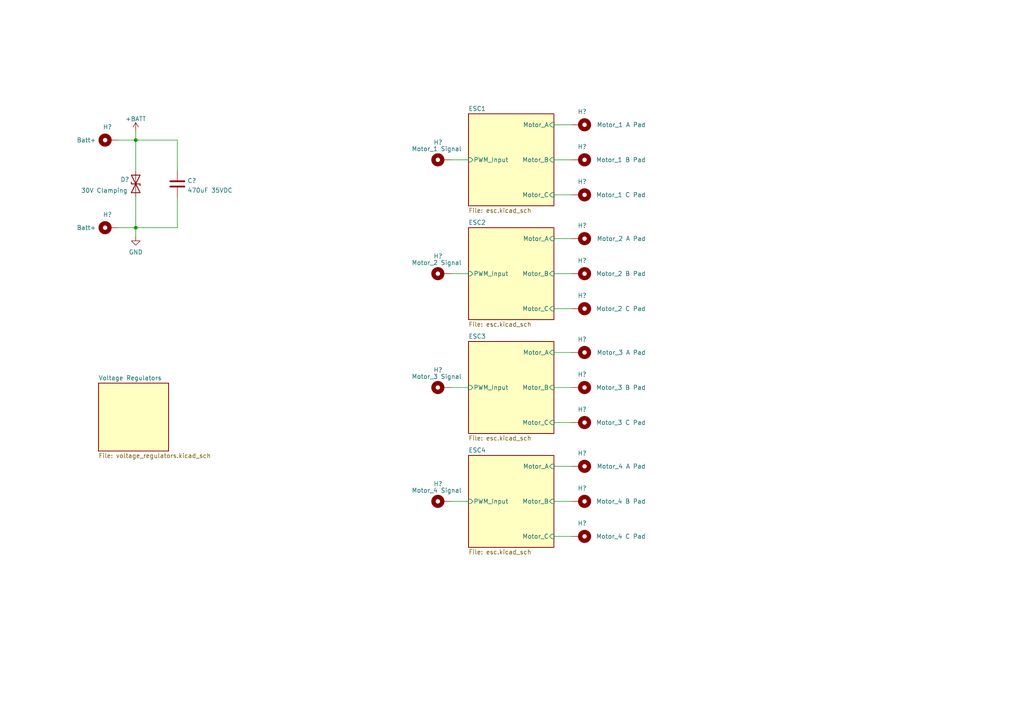
<source format=kicad_sch>
(kicad_sch (version 20211123) (generator eeschema)
  (paper "A4")
  (lib_symbols
    (symbol "Device:C" (pin_numbers hide) (pin_names (offset 0.254))
      (property "Reference" "C" (at 0.635 2.54 0))
      (property "Value" "C" (at 0.635 -2.54 0))
      (symbol "C_0_1"
        (polyline (pts (xy -2.032 -0.762) (xy 2.032 -0.762)) (stroke (width 0.508)))
        (polyline (pts (xy -2.032 0.762) (xy 2.032 0.762)) (stroke (width 0.508)))
      )
      (symbol "C_1_1"
        (pin passive line (at 0 3.81 270) (length 2.794) (name "~") (number "1"))
        (pin passive line (at 0 -3.81 90) (length 2.794) (name "~") (number "2"))
      )
    )
    (symbol "Device:D_TVS" (pin_numbers hide) (pin_names (offset 1.016) hide)
      (property "Reference" "D" (at 0 2.54 0))
      (property "Value" "D_TVS" (at 0 -2.54 0))
      (symbol "D_TVS_0_1"
        (polyline (pts (xy 1.27 0) (xy -1.27 0)))
        (polyline (pts (xy 0.508 1.27) (xy 0 1.27) (xy 0 -1.27) (xy -0.508 -1.27)) (stroke (width 0.254)))
        (polyline (pts (xy -2.54 1.27) (xy -2.54 -1.27) (xy 2.54 1.27) (xy 2.54 -1.27) (xy -2.54 1.27)) (stroke (width 0.254)))
      )
      (symbol "D_TVS_1_1"
        (pin passive line (at -3.81 0 0) (length 2.54) (name "A1") (number "1"))
        (pin passive line (at 3.81 0 180) (length 2.54) (name "A2") (number "2"))
      )
    )
    (symbol "Mechanical:MountingHole_Pad" (pin_numbers hide) (pin_names (offset 1.016) hide)
      (property "Reference" "H" (at 0 6.35 0))
      (property "Value" "MountingHole_Pad" (at 0 4.445 0))
      (symbol "MountingHole_Pad_0_1"
        (circle (center 0 1.27) (radius 1.27) (stroke (width 1.27)))
      )
      (symbol "MountingHole_Pad_1_1"
        (pin input line (at 0 -2.54 90) (length 2.54) (name "1") (number "1"))
      )
    )
    (symbol "power:+BATT" (power) (pin_names (offset 0))
      (property "Value" "+BATT" (at 0 3.556 0))
      (symbol "+BATT_0_1"
        (polyline (pts (xy -0.762 1.27) (xy 0 2.54)))
        (polyline (pts (xy 0 0) (xy 0 2.54)))
        (polyline (pts (xy 0 2.54) (xy 0.762 1.27)))
      )
      (symbol "+BATT_1_1"
        (pin power_in line (at 0 0 90) (length 0) hide (name "+BATT") (number "1"))
      )
    )
    (symbol "power:GND" (power) (pin_names (offset 0))
      (property "Value" "GND" (at 0 -3.81 0))
      (symbol "GND_0_1"
        (polyline (pts (xy 0 0) (xy 0 -1.27) (xy 1.27 -1.27) (xy 0 -2.54) (xy -1.27 -1.27) (xy 0 -1.27)))
      )
      (symbol "GND_1_1"
        (pin power_in line (at 0 0 270) (length 0) hide (name "GND") (number "1"))
      )
    )
  )
  (junction (at 39.37 66.04))
  (junction (at 39.37 40.64))
  (wire (pts (xy 135.89 46.355) (xy 130.81 46.355)))
  (wire (pts (xy 165.735 145.415) (xy 160.655 145.415)))
  (wire (pts (xy 165.735 122.555) (xy 160.655 122.555)))
  (wire (pts (xy 165.735 46.355) (xy 160.655 46.355)))
  (wire (pts (xy 165.735 112.395) (xy 160.655 112.395)))
  (wire (pts (xy 39.37 40.64) (xy 39.37 49.53)))
  (wire (pts (xy 165.735 69.215) (xy 160.655 69.215)))
  (wire (pts (xy 165.735 155.575) (xy 160.655 155.575)))
  (wire (pts (xy 165.735 36.195) (xy 160.655 36.195)))
  (wire (pts (xy 39.37 57.15) (xy 39.37 66.04)))
  (wire (pts (xy 165.735 89.535) (xy 160.655 89.535)))
  (wire (pts (xy 165.735 102.235) (xy 160.655 102.235)))
  (wire (pts (xy 51.435 57.15) (xy 51.435 66.04)))
  (wire (pts (xy 39.37 66.04) (xy 39.37 68.58)))
  (wire (pts (xy 135.89 145.415) (xy 130.81 145.415)))
  (wire (pts (xy 165.735 56.515) (xy 160.655 56.515)))
  (wire (pts (xy 135.89 79.375) (xy 130.81 79.375)))
  (wire (pts (xy 51.435 40.64) (xy 39.37 40.64)))
  (wire (pts (xy 51.435 66.04) (xy 39.37 66.04)))
  (wire (pts (xy 39.37 40.64) (xy 39.37 38.1)))
  (wire (pts (xy 51.435 49.53) (xy 51.435 40.64)))
  (wire (pts (xy 165.735 135.255) (xy 160.655 135.255)))
  (wire (pts (xy 135.89 112.395) (xy 130.81 112.395)))
  (wire (pts (xy 34.29 40.64) (xy 39.37 40.64)))
  (wire (pts (xy 34.29 66.04) (xy 39.37 66.04)))
  (wire (pts (xy 165.735 79.375) (xy 160.655 79.375)))
  (symbol (lib_id "Mechanical:MountingHole_Pad") (at 168.275 145.415 270) (mirror x) (unit 1)
    (property "Reference" "H?" (at 170.18 141.605 90) (effects (justify right)))
    (property "Value" "Motor_4 B Pad" (at 187.325 145.415 90) (effects (justify right)))
  )
  (symbol (lib_id "Mechanical:MountingHole_Pad") (at 31.75 40.64 90) (unit 1)
    (property "Reference" "H?" (at 29.845 36.83 90) (effects (justify right)))
    (property "Value" "Batt+" (at 22.225 40.64 90) (effects (justify right)))
  )
  (symbol (lib_id "Mechanical:MountingHole_Pad") (at 168.275 135.255 270) (mirror x) (unit 1)
    (property "Reference" "H?" (at 170.18 131.445 90) (effects (justify right)))
    (property "Value" "Motor_4 A Pad" (at 187.325 135.255 90) (effects (justify right)))
  )
  (symbol (lib_id "Mechanical:MountingHole_Pad") (at 128.27 145.415 90) (unit 1)
    (property "Reference" "H?" (at 125.73 140.335 90) (effects (justify right)))
    (property "Value" "Motor_4 Signal" (at 119.38 142.24 90) (effects (justify right)))
  )
  (symbol (lib_id "Mechanical:MountingHole_Pad") (at 168.275 122.555 270) (mirror x) (unit 1)
    (property "Reference" "H?" (at 170.18 118.745 90) (effects (justify right)))
    (property "Value" "Motor_3 C Pad" (at 187.325 122.555 90) (effects (justify right)))
  )
  (symbol (lib_id "Mechanical:MountingHole_Pad") (at 168.275 102.235 270) (mirror x) (unit 1)
    (property "Reference" "H?" (at 170.18 98.425 90) (effects (justify right)))
    (property "Value" "Motor_3 A Pad" (at 187.325 102.235 90) (effects (justify right)))
  )
  (symbol (lib_id "Device:D_TVS") (at 39.37 53.34 90) (unit 1)
    (property "Reference" "D?" (at 34.925 52.07 90) (effects (justify right)))
    (property "Value" "30V Clamping" (at 23.495 55.245 90) (effects (justify right)))
  )
  (symbol (lib_id "Device:C") (at 51.435 53.34 0) (unit 1)
    (property "Reference" "C?" (at 54.356 52.4315 0) (effects (justify left)))
    (property "Value" "470uF 35VDC" (at 54.356 55.2066 0) (effects (justify left)))
  )
  (symbol (lib_id "Mechanical:MountingHole_Pad") (at 168.275 155.575 270) (mirror x) (unit 1)
    (property "Reference" "H?" (at 170.18 151.765 90) (effects (justify right)))
    (property "Value" "Motor_4 C Pad" (at 187.325 155.575 90) (effects (justify right)))
  )
  (symbol (lib_id "Mechanical:MountingHole_Pad") (at 168.275 79.375 270) (mirror x) (unit 1)
    (property "Reference" "H?" (at 170.18 75.565 90) (effects (justify right)))
    (property "Value" "Motor_2 B Pad" (at 187.325 79.375 90) (effects (justify right)))
  )
  (symbol (lib_id "Mechanical:MountingHole_Pad") (at 128.27 46.355 90) (unit 1)
    (property "Reference" "H?" (at 125.73 41.275 90) (effects (justify right)))
    (property "Value" "Motor_1 Signal" (at 119.38 43.18 90) (effects (justify right)))
  )
  (symbol (lib_id "Mechanical:MountingHole_Pad") (at 31.75 66.04 90) (unit 1)
    (property "Reference" "H?" (at 29.845 62.23 90) (effects (justify right)))
    (property "Value" "Batt+" (at 22.225 66.04 90) (effects (justify right)))
  )
  (symbol (lib_id "power:+BATT") (at 39.37 38.1 0) (unit 1)
    (property "Reference" "#PWR?" (effects hide))
    (property "Value" "+BATT" (at 39.37 34.4955 0))
  )
  (symbol (lib_id "power:GND") (at 39.37 68.58 0) (unit 1)
    (property "Reference" "#PWR?" (effects hide))
    (property "Value" "GND" (at 39.37 73.1425 0))
  )
  (symbol (lib_id "Mechanical:MountingHole_Pad") (at 168.275 89.535 270) (mirror x) (unit 1)
    (property "Reference" "H?" (at 170.18 85.725 90) (effects (justify right)))
    (property "Value" "Motor_2 C Pad" (at 187.325 89.535 90) (effects (justify right)))
  )
  (symbol (lib_id "Mechanical:MountingHole_Pad") (at 128.27 79.375 90) (unit 1)
    (property "Reference" "H?" (at 125.73 74.295 90) (effects (justify right)))
    (property "Value" "Motor_2 Signal" (at 119.38 76.2 90) (effects (justify right)))
  )
  (symbol (lib_id "Mechanical:MountingHole_Pad") (at 168.275 36.195 270) (mirror x) (unit 1)
    (property "Reference" "H?" (at 170.18 32.385 90) (effects (justify right)))
    (property "Value" "Motor_1 A Pad" (at 187.325 36.195 90) (effects (justify right)))
  )
  (symbol (lib_id "Mechanical:MountingHole_Pad") (at 128.27 112.395 90) (unit 1)
    (property "Reference" "H?" (at 125.73 107.315 90) (effects (justify right)))
    (property "Value" "Motor_3 Signal" (at 119.38 109.22 90) (effects (justify right)))
  )
  (symbol (lib_id "Mechanical:MountingHole_Pad") (at 168.275 46.355 270) (mirror x) (unit 1)
    (property "Reference" "H?" (at 170.18 42.545 90) (effects (justify right)))
    (property "Value" "Motor_1 B Pad" (at 187.325 46.355 90) (effects (justify right)))
  )
  (symbol (lib_id "Mechanical:MountingHole_Pad") (at 168.275 56.515 270) (mirror x) (unit 1)
    (property "Reference" "H?" (at 170.18 52.705 90) (effects (justify right)))
    (property "Value" "Motor_1 C Pad" (at 187.325 56.515 90) (effects (justify right)))
  )
  (symbol (lib_id "Mechanical:MountingHole_Pad") (at 168.275 69.215 270) (mirror x) (unit 1)
    (property "Reference" "H?" (at 170.18 65.405 90) (effects (justify right)))
    (property "Value" "Motor_2 A Pad" (at 187.325 69.215 90) (effects (justify right)))
  )
  (symbol (lib_id "Mechanical:MountingHole_Pad") (at 168.275 112.395 270) (mirror x) (unit 1)
    (property "Reference" "H?" (at 170.18 108.585 90) (effects (justify right)))
    (property "Value" "Motor_3 B Pad" (at 187.325 112.395 90) (effects (justify right)))
  )
  (sheet (at 28.575 111.125) (size 20.32 19.685) (stroke (width 0.25)) (fill (color 255 255 194 1.0000))
    (property "Sheet name" "Voltage Regulators" (at 28.575 110.3646 0) (effects (justify left bottom)))
    (property "Sheet file" "voltage_regulators.kicad_sch" (at 28.575 131.4434 0) (effects (justify left top)))
  )
  (sheet (at 135.89 99.06) (size 24.765 26.67) (stroke (width 0.25)) (fill (color 255 255 194 1.0000))
    (property "Sheet name" "ESC3" (at 135.89 98.2996 0) (effects (justify left bottom)))
    (property "Sheet file" "esc.kicad_sch" (at 135.89 126.3634 0) (effects (justify left top)))
    (pin "PWM_Input" input (at 135.89 112.395 180))
    (pin "Motor_B" input (at 160.655 112.395 0))
    (pin "Motor_C" input (at 160.655 122.555 0))
    (pin "Motor_A" input (at 160.655 102.235 0))
  )
  (sheet (at 135.89 33.02) (size 24.765 26.67) (stroke (width 0.25)) (fill (color 255 255 194 1.0000))
    (property "Sheet name" "ESC1" (at 135.89 32.2596 0) (effects (justify left bottom)))
    (property "Sheet file" "esc.kicad_sch" (at 135.89 60.3234 0) (effects (justify left top)))
    (pin "PWM_Input" input (at 135.89 46.355 180))
    (pin "Motor_B" input (at 160.655 46.355 0))
    (pin "Motor_C" input (at 160.655 56.515 0))
    (pin "Motor_A" input (at 160.655 36.195 0))
  )
  (sheet (at 135.89 66.04) (size 24.765 26.67) (stroke (width 0.25)) (fill (color 255 255 194 1.0000))
    (property "Sheet name" "ESC2" (at 135.89 65.2796 0) (effects (justify left bottom)))
    (property "Sheet file" "esc.kicad_sch" (at 135.89 93.3434 0) (effects (justify left top)))
    (pin "PWM_Input" input (at 135.89 79.375 180))
    (pin "Motor_B" input (at 160.655 79.375 0))
    (pin "Motor_C" input (at 160.655 89.535 0))
    (pin "Motor_A" input (at 160.655 69.215 0))
  )
  (sheet (at 135.89 132.08) (size 24.765 26.67) (stroke (width 0.25)) (fill (color 255 255 194 1.0000))
    (property "Sheet name" "ESC4" (at 135.89 131.3196 0) (effects (justify left bottom)))
    (property "Sheet file" "esc.kicad_sch" (at 135.89 159.3834 0) (effects (justify left top)))
    (pin "PWM_Input" input (at 135.89 145.415 180))
    (pin "Motor_B" input (at 160.655 145.415 0))
    (pin "Motor_C" input (at 160.655 155.575 0))
    (pin "Motor_A" input (at 160.655 135.255 0))
  )
)
</source>
